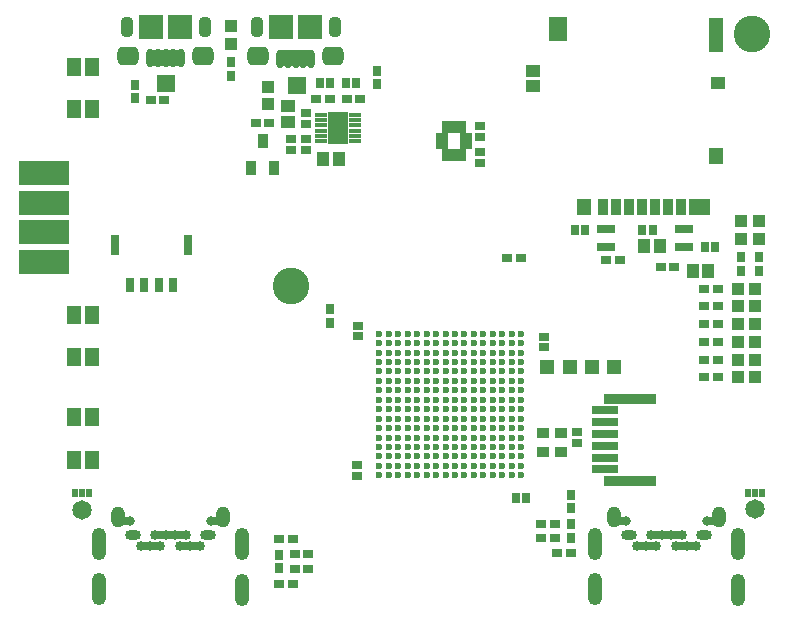
<source format=gts>
G04*
G04 #@! TF.GenerationSoftware,Altium Limited,Altium Designer,19.0.15 (446)*
G04*
G04 Layer_Color=8388736*
%FSAX42Y42*%
%MOMM*%
G71*
G01*
G75*
%ADD55R,1.00X1.40*%
%ADD56R,1.00X1.40*%
%ADD57R,2.00X1.00*%
%ADD58R,0.70X0.80*%
%ADD59R,1.30X0.70*%
%ADD60R,2.20X0.70*%
%ADD61R,2.60X1.40*%
%ADD62R,1.55X0.30*%
%ADD63R,0.20X1.45*%
%ADD64R,0.80X0.95*%
%ADD65R,0.95X0.80*%
%ADD66R,0.80X0.84*%
%ADD67R,0.50X0.80*%
%ADD68R,1.10X1.20*%
%ADD69R,0.45X0.88*%
%ADD70R,0.88X0.45*%
%ADD71R,0.84X0.80*%
%ADD72R,0.80X1.30*%
%ADD73R,0.80X1.70*%
%ADD74R,0.49X0.73*%
%ADD75R,1.05X0.85*%
%ADD76R,1.05X1.15*%
%ADD77R,2.20X0.80*%
%ADD78R,4.40X0.90*%
%ADD79R,0.50X0.72*%
%ADD80C,0.60*%
%ADD81R,2.10X2.00*%
G04:AMPARAMS|DCode=82|XSize=1.8mm|YSize=1.6mm|CornerRadius=0.45mm|HoleSize=0mm|Usage=FLASHONLY|Rotation=180.000|XOffset=0mm|YOffset=0mm|HoleType=Round|Shape=RoundedRectangle|*
%AMROUNDEDRECTD82*
21,1,1.80,0.70,0,0,180.0*
21,1,0.90,1.60,0,0,180.0*
1,1,0.90,-0.45,0.35*
1,1,0.90,0.45,0.35*
1,1,0.90,0.45,-0.35*
1,1,0.90,-0.45,-0.35*
%
%ADD82ROUNDEDRECTD82*%
%ADD83O,0.60X1.55*%
%ADD84R,1.15X1.50*%
%ADD85R,1.20X1.10*%
%ADD86R,0.90X1.40*%
%ADD87R,1.20X1.40*%
%ADD88R,1.20X1.00*%
%ADD89R,1.20X3.00*%
%ADD90R,1.50X2.10*%
%ADD91R,1.00X1.00*%
%ADD92R,1.00X1.00*%
%ADD93R,0.85X1.15*%
%ADD94R,1.05X0.45*%
%ADD95R,1.78X2.68*%
%ADD96R,1.20X1.20*%
%ADD97R,1.20X1.20*%
%ADD98R,1.15X1.05*%
%ADD99R,4.27X2.11*%
%ADD100C,1.65*%
%ADD101C,0.85*%
%ADD102O,1.35X0.85*%
%ADD103C,0.80*%
%ADD104O,1.20X1.80*%
%ADD105O,1.20X2.76*%
%ADD106O,1.10X1.80*%
%ADD107C,3.10*%
D55*
X003400Y-001090D02*
D03*
D56*
X003200D02*
D03*
D57*
X003300Y-000970D02*
D03*
Y-001210D02*
D03*
D58*
X001285Y-004310D02*
D03*
X000515D02*
D03*
X004715D02*
D03*
X005485D02*
D03*
D59*
X000735Y-004515D02*
D03*
X001065D02*
D03*
X005265D02*
D03*
X004935D02*
D03*
D60*
X000900Y-004425D02*
D03*
X005100D02*
D03*
D61*
X000860Y-000390D02*
D03*
X001960Y-000390D02*
D03*
D62*
X000860Y-000600D02*
D03*
X001970Y-000620D02*
D03*
D63*
X005380Y-001650D02*
D03*
D64*
X002650Y-000607D02*
D03*
Y-000493D02*
D03*
X002250Y-002627D02*
D03*
Y-002512D02*
D03*
X004290Y-004197D02*
D03*
Y-004083D02*
D03*
Y-004447D02*
D03*
Y-004333D02*
D03*
X005730Y-002073D02*
D03*
Y-002188D02*
D03*
X001410Y-000422D02*
D03*
Y-000538D02*
D03*
X005880Y-002188D02*
D03*
Y-002073D02*
D03*
X000600Y-000612D02*
D03*
Y-000728D02*
D03*
X001820Y-004592D02*
D03*
Y-004708D02*
D03*
D65*
X005167Y-002160D02*
D03*
X005053D02*
D03*
X004592Y-002100D02*
D03*
X004708D02*
D03*
X000848Y-000740D02*
D03*
X000732D02*
D03*
X004158Y-004450D02*
D03*
X004042D02*
D03*
X004172Y-004580D02*
D03*
X004288D02*
D03*
X004042Y-004330D02*
D03*
X004158D02*
D03*
X005535Y-002340D02*
D03*
X005420D02*
D03*
X005535Y-002490D02*
D03*
X005420D02*
D03*
X005535Y-002640D02*
D03*
X005420D02*
D03*
X005535Y-002790D02*
D03*
X005420D02*
D03*
X005538Y-003090D02*
D03*
X005422D02*
D03*
X005538Y-002940D02*
D03*
X005422D02*
D03*
X001738Y-000940D02*
D03*
X001623D02*
D03*
X002133Y-000730D02*
D03*
X002248D02*
D03*
X002508D02*
D03*
X002392D02*
D03*
X003867Y-002080D02*
D03*
X003753D02*
D03*
X001823Y-004840D02*
D03*
X001938D02*
D03*
X002067Y-004710D02*
D03*
X001952D02*
D03*
Y-004590D02*
D03*
X002067D02*
D03*
X001938Y-004460D02*
D03*
X001823D02*
D03*
D66*
X004896Y-001840D02*
D03*
X004984D02*
D03*
X005426Y-001990D02*
D03*
X005514D02*
D03*
X004414Y-001840D02*
D03*
X004326D02*
D03*
X003914Y-004110D02*
D03*
X003826D02*
D03*
X002254Y-000600D02*
D03*
X002166D02*
D03*
X002386D02*
D03*
X002474D02*
D03*
D67*
X005300Y-001988D02*
D03*
X005250D02*
D03*
X005200D02*
D03*
Y-001833D02*
D03*
X005250D02*
D03*
X005300D02*
D03*
X004540D02*
D03*
X004590D02*
D03*
X004640D02*
D03*
Y-001988D02*
D03*
X004590D02*
D03*
X004540D02*
D03*
D68*
X005047Y-001980D02*
D03*
X004912D02*
D03*
X002327Y-001240D02*
D03*
X002192D02*
D03*
D69*
X003225Y-001216D02*
D03*
X003275D02*
D03*
X003325D02*
D03*
X003375D02*
D03*
Y-000964D02*
D03*
X003325D02*
D03*
X003275D02*
D03*
X003225D02*
D03*
D70*
X003401Y-001140D02*
D03*
Y-001090D02*
D03*
Y-001040D02*
D03*
X003199D02*
D03*
Y-001090D02*
D03*
Y-001140D02*
D03*
D71*
X003520Y-001186D02*
D03*
Y-001274D02*
D03*
X002490Y-002656D02*
D03*
Y-002744D02*
D03*
X004340Y-003644D02*
D03*
Y-003556D02*
D03*
X003520Y-000966D02*
D03*
Y-001054D02*
D03*
X001920Y-001076D02*
D03*
Y-001164D02*
D03*
X002050Y-001076D02*
D03*
Y-001164D02*
D03*
Y-000944D02*
D03*
Y-000856D02*
D03*
X004060Y-002834D02*
D03*
Y-002746D02*
D03*
X002480Y-003924D02*
D03*
Y-003836D02*
D03*
D72*
X000560Y-002310D02*
D03*
X000680D02*
D03*
X000800D02*
D03*
X000920D02*
D03*
D73*
X000433Y-001970D02*
D03*
X001047D02*
D03*
D74*
X000209Y-004069D02*
D03*
X000150D02*
D03*
X000090D02*
D03*
X005791Y-004067D02*
D03*
X005850D02*
D03*
X005909D02*
D03*
D75*
X004055Y-003725D02*
D03*
Y-003560D02*
D03*
X004210D02*
D03*
Y-003725D02*
D03*
D76*
X005325Y-002190D02*
D03*
X005455D02*
D03*
D77*
X004580Y-003870D02*
D03*
Y-003770D02*
D03*
Y-003670D02*
D03*
Y-003570D02*
D03*
Y-003470D02*
D03*
Y-003370D02*
D03*
D78*
X004790Y-003970D02*
D03*
Y-003270D02*
D03*
D79*
X000910Y-000638D02*
D03*
X000860D02*
D03*
X000810D02*
D03*
Y-000562D02*
D03*
X000860D02*
D03*
X000910D02*
D03*
X002020Y-000658D02*
D03*
X001970D02*
D03*
X001920D02*
D03*
Y-000582D02*
D03*
X001970D02*
D03*
X002020D02*
D03*
D80*
X003870Y-003920D02*
D03*
X003790D02*
D03*
X003710D02*
D03*
X003630D02*
D03*
X003550D02*
D03*
X003470D02*
D03*
X003390D02*
D03*
X003310D02*
D03*
X003230D02*
D03*
X003150D02*
D03*
X003070D02*
D03*
X002990D02*
D03*
X002910D02*
D03*
X002830D02*
D03*
X002750D02*
D03*
X002670D02*
D03*
X003870Y-003840D02*
D03*
X003790D02*
D03*
X003710D02*
D03*
X003630D02*
D03*
X003550D02*
D03*
X003470D02*
D03*
X003390D02*
D03*
X003310D02*
D03*
X003230D02*
D03*
X003150D02*
D03*
X003070D02*
D03*
X002990D02*
D03*
X002910D02*
D03*
X002830D02*
D03*
X002750D02*
D03*
X002670D02*
D03*
X003870Y-003760D02*
D03*
X003790D02*
D03*
X003710D02*
D03*
X003630D02*
D03*
X003550D02*
D03*
X003470D02*
D03*
X003390D02*
D03*
X003310D02*
D03*
X003230D02*
D03*
X003150D02*
D03*
X003070D02*
D03*
X002990D02*
D03*
X002910D02*
D03*
X002830D02*
D03*
X002750D02*
D03*
X002670D02*
D03*
X003870Y-003680D02*
D03*
X003790D02*
D03*
X003710D02*
D03*
X003630D02*
D03*
X003550D02*
D03*
X003470D02*
D03*
X003390D02*
D03*
X003310D02*
D03*
X003230D02*
D03*
X003150D02*
D03*
X003070D02*
D03*
X002990D02*
D03*
X002910D02*
D03*
X002830D02*
D03*
X002750D02*
D03*
X002670D02*
D03*
X003870Y-003600D02*
D03*
X003790D02*
D03*
X003710D02*
D03*
X003630D02*
D03*
X003550D02*
D03*
X003470D02*
D03*
X003390D02*
D03*
X003310D02*
D03*
X003230D02*
D03*
X003150D02*
D03*
X003070D02*
D03*
X002990D02*
D03*
X002910D02*
D03*
X002830D02*
D03*
X002750D02*
D03*
X002670D02*
D03*
X003870Y-003520D02*
D03*
X003790D02*
D03*
X003710D02*
D03*
X003630D02*
D03*
X003550D02*
D03*
X003470D02*
D03*
X003390D02*
D03*
X003310D02*
D03*
X003230D02*
D03*
X003150D02*
D03*
X003070D02*
D03*
X002990D02*
D03*
X002910D02*
D03*
X002830D02*
D03*
X002750D02*
D03*
X002670D02*
D03*
X003870Y-003440D02*
D03*
X003790D02*
D03*
X003710D02*
D03*
X003630D02*
D03*
X003550D02*
D03*
X003470D02*
D03*
X003390D02*
D03*
X003310D02*
D03*
X003230D02*
D03*
X003150D02*
D03*
X003070D02*
D03*
X002990D02*
D03*
X002910D02*
D03*
X002830D02*
D03*
X002750D02*
D03*
X002670D02*
D03*
X003870Y-003360D02*
D03*
X003790D02*
D03*
X003710D02*
D03*
X003630D02*
D03*
X003550D02*
D03*
X003470D02*
D03*
X003390D02*
D03*
X003310D02*
D03*
X003230D02*
D03*
X003150D02*
D03*
X003070D02*
D03*
X002990D02*
D03*
X002910D02*
D03*
X002830D02*
D03*
X002750D02*
D03*
X002670D02*
D03*
X003870Y-003280D02*
D03*
X003790D02*
D03*
X003710D02*
D03*
X003630D02*
D03*
X003550D02*
D03*
X003470D02*
D03*
X003390D02*
D03*
X003310D02*
D03*
X003230D02*
D03*
X003150D02*
D03*
X003070D02*
D03*
X002990D02*
D03*
X002910D02*
D03*
X002830D02*
D03*
X002750D02*
D03*
X002670D02*
D03*
X003870Y-003200D02*
D03*
X003790D02*
D03*
X003710D02*
D03*
X003630D02*
D03*
X003550D02*
D03*
X003470D02*
D03*
X003390D02*
D03*
X003310D02*
D03*
X003230D02*
D03*
X003150D02*
D03*
X003070D02*
D03*
X002990D02*
D03*
X002910D02*
D03*
X002830D02*
D03*
X002750D02*
D03*
X002670D02*
D03*
X003870Y-003120D02*
D03*
X003790D02*
D03*
X003710D02*
D03*
X003630D02*
D03*
X003550D02*
D03*
X003470D02*
D03*
X003390D02*
D03*
X003310D02*
D03*
X003230D02*
D03*
X003150D02*
D03*
X003070D02*
D03*
X002990D02*
D03*
X002910D02*
D03*
X002830D02*
D03*
X002750D02*
D03*
X002670D02*
D03*
X003870Y-003040D02*
D03*
X003790D02*
D03*
X003710D02*
D03*
X003630D02*
D03*
X003550D02*
D03*
X003470D02*
D03*
X003390D02*
D03*
X003310D02*
D03*
X003230D02*
D03*
X003150D02*
D03*
X003070D02*
D03*
X002990D02*
D03*
X002910D02*
D03*
X002830D02*
D03*
X002750D02*
D03*
X002670D02*
D03*
X003870Y-002960D02*
D03*
X003790D02*
D03*
X003710D02*
D03*
X003630D02*
D03*
X003550D02*
D03*
X003470D02*
D03*
X003390D02*
D03*
X003310D02*
D03*
X003230D02*
D03*
X003150D02*
D03*
X003070D02*
D03*
X002990D02*
D03*
X002910D02*
D03*
X002830D02*
D03*
X002750D02*
D03*
X002670D02*
D03*
X003870Y-002880D02*
D03*
X003790D02*
D03*
X003710D02*
D03*
X003630D02*
D03*
X003550D02*
D03*
X003470D02*
D03*
X003390D02*
D03*
X003310D02*
D03*
X003230D02*
D03*
X003150D02*
D03*
X003070D02*
D03*
X002990D02*
D03*
X002910D02*
D03*
X002830D02*
D03*
X002750D02*
D03*
X002670D02*
D03*
X003870Y-002800D02*
D03*
X003790D02*
D03*
X003710D02*
D03*
X003630D02*
D03*
X003550D02*
D03*
X003470D02*
D03*
X003390D02*
D03*
X003310D02*
D03*
X003230D02*
D03*
X003150D02*
D03*
X003070D02*
D03*
X002990D02*
D03*
X002910D02*
D03*
X002830D02*
D03*
X002750D02*
D03*
X002670D02*
D03*
X003870Y-002720D02*
D03*
X003790D02*
D03*
X003710D02*
D03*
X003630D02*
D03*
X003550D02*
D03*
X003470D02*
D03*
X003390D02*
D03*
X003310D02*
D03*
X003230D02*
D03*
X003150D02*
D03*
X003070D02*
D03*
X002990D02*
D03*
X002910D02*
D03*
X002830D02*
D03*
X002750D02*
D03*
X002670D02*
D03*
D81*
X000740Y-000123D02*
D03*
X000980D02*
D03*
X002080Y-000125D02*
D03*
X001840D02*
D03*
D82*
X000540Y-000367D02*
D03*
X001180D02*
D03*
X002280Y-000370D02*
D03*
X001640D02*
D03*
D83*
X000860Y-000390D02*
D03*
X000925D02*
D03*
X000990D02*
D03*
X000730D02*
D03*
X000795D02*
D03*
X001895Y-000392D02*
D03*
X001830D02*
D03*
X002090D02*
D03*
X002025D02*
D03*
X001960D02*
D03*
D84*
X000233Y-003430D02*
D03*
X000088D02*
D03*
X000233Y-003790D02*
D03*
X000088D02*
D03*
X000233Y-002560D02*
D03*
X000088D02*
D03*
X000233Y-002920D02*
D03*
X000088D02*
D03*
X000233Y-000460D02*
D03*
X000088D02*
D03*
X000233Y-000820D02*
D03*
X000088D02*
D03*
D85*
X001900Y-000927D02*
D03*
Y-000792D02*
D03*
D86*
X004560Y-001650D02*
D03*
X004670D02*
D03*
X004780D02*
D03*
X004890D02*
D03*
X005000D02*
D03*
X005110D02*
D03*
X005220D02*
D03*
X005330D02*
D03*
X005425D02*
D03*
D87*
X004405D02*
D03*
X005520Y-001220D02*
D03*
D88*
X005535Y-000600D02*
D03*
D89*
X005520Y-000190D02*
D03*
D90*
X004185Y-000140D02*
D03*
D91*
X001410Y-000115D02*
D03*
Y-000265D02*
D03*
X005730Y-001915D02*
D03*
Y-001765D02*
D03*
X005880Y-001915D02*
D03*
Y-001765D02*
D03*
X001730Y-000780D02*
D03*
Y-000630D02*
D03*
D92*
X005703Y-002340D02*
D03*
X005853D02*
D03*
X005703Y-002490D02*
D03*
X005853D02*
D03*
X005703Y-002640D02*
D03*
X005853D02*
D03*
X005703Y-002790D02*
D03*
X005853D02*
D03*
X005703Y-003090D02*
D03*
X005853D02*
D03*
Y-002940D02*
D03*
X005703D02*
D03*
D93*
X001680Y-001085D02*
D03*
X001775Y-001315D02*
D03*
X001585D02*
D03*
D94*
X002178Y-000867D02*
D03*
Y-000912D02*
D03*
Y-000957D02*
D03*
Y-001002D02*
D03*
Y-001047D02*
D03*
Y-001092D02*
D03*
X002461Y-000867D02*
D03*
Y-000912D02*
D03*
Y-000957D02*
D03*
Y-001002D02*
D03*
Y-001047D02*
D03*
Y-001092D02*
D03*
D95*
X002320Y-000980D02*
D03*
D96*
X004090Y-003000D02*
D03*
X004660D02*
D03*
X004280D02*
D03*
D97*
X004470D02*
D03*
D98*
X003970Y-000625D02*
D03*
Y-000495D02*
D03*
D99*
X-000170Y-001360D02*
D03*
Y-001610D02*
D03*
Y-001860D02*
D03*
Y-002110D02*
D03*
D100*
X000150Y-004210D02*
D03*
X005851Y-004208D02*
D03*
D101*
X000730Y-004514D02*
D03*
X000650D02*
D03*
X000815D02*
D03*
X000860Y-004424D02*
D03*
X000770D02*
D03*
X001030D02*
D03*
X000940D02*
D03*
X000985Y-004514D02*
D03*
X001150D02*
D03*
X001070D02*
D03*
X005270D02*
D03*
X005350D02*
D03*
X005185D02*
D03*
X005140Y-004424D02*
D03*
X005230D02*
D03*
X004970D02*
D03*
X005060D02*
D03*
X005015Y-004514D02*
D03*
X004850D02*
D03*
X004930D02*
D03*
D102*
X001220Y-004424D02*
D03*
X000580D02*
D03*
X004780D02*
D03*
X005420D02*
D03*
D103*
X000555Y-004310D02*
D03*
X001245D02*
D03*
X005445D02*
D03*
X004755D02*
D03*
D104*
X000453Y-004270D02*
D03*
X001348D02*
D03*
X005547D02*
D03*
X004652D02*
D03*
D105*
X001507Y-004504D02*
D03*
X000292D02*
D03*
X001507Y-004890D02*
D03*
X000292Y-004880D02*
D03*
X004492D02*
D03*
X005707Y-004890D02*
D03*
X004492Y-004504D02*
D03*
X005707D02*
D03*
D106*
X000530Y-000123D02*
D03*
X001190D02*
D03*
X002290Y-000125D02*
D03*
X001630D02*
D03*
D107*
X001921Y-002317D02*
D03*
X005823Y-000181D02*
D03*
M02*

</source>
